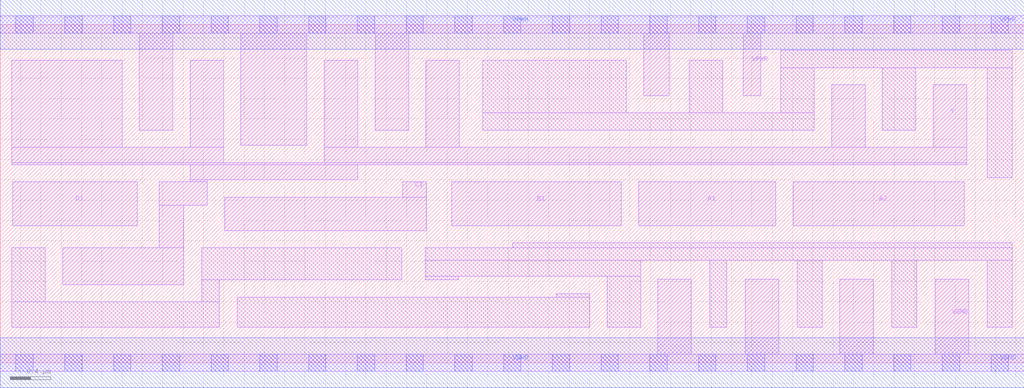
<source format=lef>
# Copyright 2020 The SkyWater PDK Authors
#
# Licensed under the Apache License, Version 2.0 (the "License");
# you may not use this file except in compliance with the License.
# You may obtain a copy of the License at
#
#     https://www.apache.org/licenses/LICENSE-2.0
#
# Unless required by applicable law or agreed to in writing, software
# distributed under the License is distributed on an "AS IS" BASIS,
# WITHOUT WARRANTIES OR CONDITIONS OF ANY KIND, either express or implied.
# See the License for the specific language governing permissions and
# limitations under the License.
#
# SPDX-License-Identifier: Apache-2.0

VERSION 5.7 ;
  NAMESCASESENSITIVE ON ;
  NOWIREEXTENSIONATPIN ON ;
  DIVIDERCHAR "/" ;
  BUSBITCHARS "[]" ;
UNITS
  DATABASE MICRONS 200 ;
END UNITS
MACRO sky130_fd_sc_hs__o2111ai_4
  CLASS CORE ;
  SOURCE USER ;
  FOREIGN sky130_fd_sc_hs__o2111ai_4 ;
  ORIGIN  0.000000  0.000000 ;
  SIZE  10.08000 BY  3.330000 ;
  SYMMETRY X Y ;
  SITE unit ;
  PIN A1
    ANTENNAGATEAREA  1.116000 ;
    DIRECTION INPUT ;
    USE SIGNAL ;
    PORT
      LAYER li1 ;
        RECT 6.285000 1.350000 7.635000 1.780000 ;
    END
  END A1
  PIN A2
    ANTENNAGATEAREA  1.116000 ;
    DIRECTION INPUT ;
    USE SIGNAL ;
    PORT
      LAYER li1 ;
        RECT 7.805000 1.350000 9.490000 1.780000 ;
    END
  END A2
  PIN B1
    ANTENNAGATEAREA  0.780000 ;
    DIRECTION INPUT ;
    USE SIGNAL ;
    PORT
      LAYER li1 ;
        RECT 4.445000 1.350000 6.115000 1.780000 ;
    END
  END B1
  PIN C1
    ANTENNAGATEAREA  0.780000 ;
    DIRECTION INPUT ;
    USE SIGNAL ;
    PORT
      LAYER li1 ;
        RECT 2.210000 1.300000 4.195000 1.630000 ;
        RECT 3.965000 1.630000 4.195000 1.780000 ;
    END
  END C1
  PIN D1
    ANTENNAGATEAREA  0.780000 ;
    DIRECTION INPUT ;
    USE SIGNAL ;
    PORT
      LAYER li1 ;
        RECT 0.125000 1.350000 1.350000 1.780000 ;
    END
  END D1
  PIN Y
    ANTENNADIFFAREA  3.411800 ;
    DIRECTION OUTPUT ;
    USE SIGNAL ;
    PORT
      LAYER li1 ;
        RECT 0.115000 1.950000 9.515000 1.970000 ;
        RECT 0.115000 1.970000 2.200000 2.120000 ;
        RECT 0.115000 2.120000 1.200000 2.980000 ;
        RECT 0.615000 0.770000 1.805000 1.130000 ;
        RECT 1.565000 1.130000 1.805000 1.550000 ;
        RECT 1.565000 1.550000 2.040000 1.780000 ;
        RECT 1.870000 1.780000 2.040000 1.800000 ;
        RECT 1.870000 1.800000 3.520000 1.950000 ;
        RECT 1.870000 2.120000 2.200000 2.980000 ;
        RECT 3.190000 1.970000 9.515000 2.120000 ;
        RECT 3.190000 2.120000 3.520000 2.980000 ;
        RECT 4.190000 2.120000 4.520000 2.980000 ;
        RECT 8.185000 2.120000 8.515000 2.735000 ;
        RECT 9.185000 2.120000 9.515000 2.735000 ;
    END
  END Y
  PIN VGND
    DIRECTION INOUT ;
    USE GROUND ;
    PORT
      LAYER li1 ;
        RECT 0.000000 -0.085000 10.080000 0.085000 ;
        RECT 6.475000  0.085000  6.805000 0.820000 ;
        RECT 7.335000  0.085000  7.665000 0.820000 ;
        RECT 8.265000  0.085000  8.595000 0.820000 ;
        RECT 9.205000  0.085000  9.535000 0.820000 ;
      LAYER mcon ;
        RECT 0.155000 -0.085000 0.325000 0.085000 ;
        RECT 0.635000 -0.085000 0.805000 0.085000 ;
        RECT 1.115000 -0.085000 1.285000 0.085000 ;
        RECT 1.595000 -0.085000 1.765000 0.085000 ;
        RECT 2.075000 -0.085000 2.245000 0.085000 ;
        RECT 2.555000 -0.085000 2.725000 0.085000 ;
        RECT 3.035000 -0.085000 3.205000 0.085000 ;
        RECT 3.515000 -0.085000 3.685000 0.085000 ;
        RECT 3.995000 -0.085000 4.165000 0.085000 ;
        RECT 4.475000 -0.085000 4.645000 0.085000 ;
        RECT 4.955000 -0.085000 5.125000 0.085000 ;
        RECT 5.435000 -0.085000 5.605000 0.085000 ;
        RECT 5.915000 -0.085000 6.085000 0.085000 ;
        RECT 6.395000 -0.085000 6.565000 0.085000 ;
        RECT 6.875000 -0.085000 7.045000 0.085000 ;
        RECT 7.355000 -0.085000 7.525000 0.085000 ;
        RECT 7.835000 -0.085000 8.005000 0.085000 ;
        RECT 8.315000 -0.085000 8.485000 0.085000 ;
        RECT 8.795000 -0.085000 8.965000 0.085000 ;
        RECT 9.275000 -0.085000 9.445000 0.085000 ;
        RECT 9.755000 -0.085000 9.925000 0.085000 ;
      LAYER met1 ;
        RECT 0.000000 -0.245000 10.080000 0.245000 ;
    END
  END VGND
  PIN VPWR
    DIRECTION INOUT ;
    USE POWER ;
    PORT
      LAYER li1 ;
        RECT 0.000000 3.245000 10.080000 3.415000 ;
        RECT 1.370000 2.290000  1.700000 3.245000 ;
        RECT 2.370000 2.140000  3.020000 3.245000 ;
        RECT 3.690000 2.290000  4.020000 3.245000 ;
        RECT 6.335000 2.630000  6.585000 3.245000 ;
        RECT 7.315000 2.630000  7.485000 3.245000 ;
      LAYER mcon ;
        RECT 0.155000 3.245000 0.325000 3.415000 ;
        RECT 0.635000 3.245000 0.805000 3.415000 ;
        RECT 1.115000 3.245000 1.285000 3.415000 ;
        RECT 1.595000 3.245000 1.765000 3.415000 ;
        RECT 2.075000 3.245000 2.245000 3.415000 ;
        RECT 2.555000 3.245000 2.725000 3.415000 ;
        RECT 3.035000 3.245000 3.205000 3.415000 ;
        RECT 3.515000 3.245000 3.685000 3.415000 ;
        RECT 3.995000 3.245000 4.165000 3.415000 ;
        RECT 4.475000 3.245000 4.645000 3.415000 ;
        RECT 4.955000 3.245000 5.125000 3.415000 ;
        RECT 5.435000 3.245000 5.605000 3.415000 ;
        RECT 5.915000 3.245000 6.085000 3.415000 ;
        RECT 6.395000 3.245000 6.565000 3.415000 ;
        RECT 6.875000 3.245000 7.045000 3.415000 ;
        RECT 7.355000 3.245000 7.525000 3.415000 ;
        RECT 7.835000 3.245000 8.005000 3.415000 ;
        RECT 8.315000 3.245000 8.485000 3.415000 ;
        RECT 8.795000 3.245000 8.965000 3.415000 ;
        RECT 9.275000 3.245000 9.445000 3.415000 ;
        RECT 9.755000 3.245000 9.925000 3.415000 ;
      LAYER met1 ;
        RECT 0.000000 3.085000 10.080000 3.575000 ;
    END
  END VPWR
  OBS
    LAYER li1 ;
      RECT 0.115000 0.350000 2.155000 0.600000 ;
      RECT 0.115000 0.600000 0.445000 1.130000 ;
      RECT 1.985000 0.600000 2.155000 0.815000 ;
      RECT 1.985000 0.815000 3.955000 1.130000 ;
      RECT 2.335000 0.350000 5.805000 0.645000 ;
      RECT 4.185000 0.815000 4.515000 0.850000 ;
      RECT 4.185000 0.850000 6.305000 1.010000 ;
      RECT 4.185000 1.010000 9.965000 1.130000 ;
      RECT 4.750000 2.290000 8.015000 2.460000 ;
      RECT 4.750000 2.460000 6.165000 2.980000 ;
      RECT 5.045000 1.130000 9.965000 1.180000 ;
      RECT 5.475000 0.645000 5.805000 0.680000 ;
      RECT 5.975000 0.350000 6.305000 0.850000 ;
      RECT 6.785000 2.460000 7.115000 2.980000 ;
      RECT 6.985000 0.350000 7.155000 1.010000 ;
      RECT 7.685000 2.460000 8.015000 2.905000 ;
      RECT 7.685000 2.905000 9.965000 3.075000 ;
      RECT 7.845000 0.350000 8.095000 1.010000 ;
      RECT 8.685000 2.290000 9.015000 2.905000 ;
      RECT 8.775000 0.350000 9.025000 1.010000 ;
      RECT 9.715000 0.350000 9.965000 1.010000 ;
      RECT 9.715000 1.820000 9.965000 2.905000 ;
  END
END sky130_fd_sc_hs__o2111ai_4

</source>
